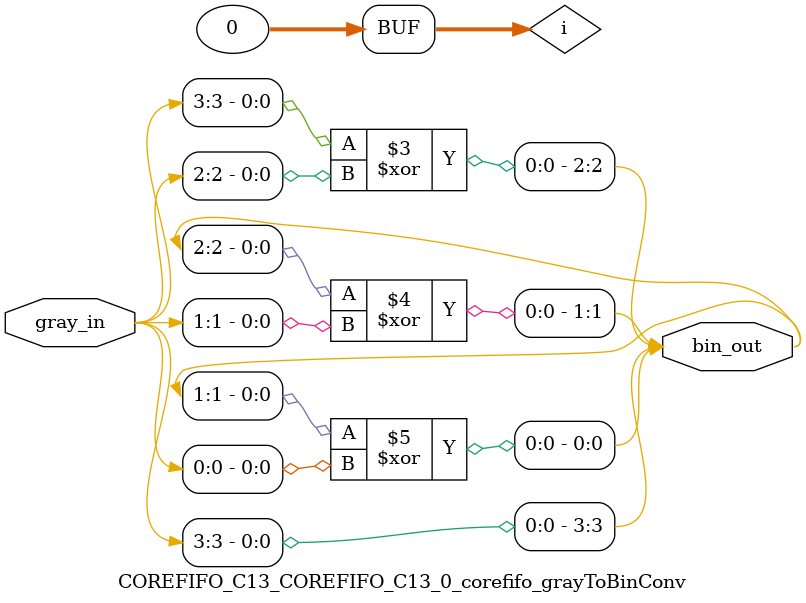
<source format=v>

`timescale 1ns / 100ps

module COREFIFO_C13_COREFIFO_C13_0_corefifo_grayToBinConv(
                                         gray_in,
                                         bin_out
                                        );

   // --------------------------------------------------------------------------
   // Parameter Declaration
   // --------------------------------------------------------------------------
   parameter ADDRWIDTH  = 3;
  // parameter SYNC_RESET = 0;   

   // --------------------------------------------------------------------------
   // I/O Declaration
   // --------------------------------------------------------------------------

   //--------
   // Inputs
   //--------
   input [ADDRWIDTH:0]    gray_in;

   //---------
   // Outputs
   //---------
   output [ADDRWIDTH:0] bin_out;

   // --------------------------------------------------------------------------
   // Internal signals
   // --------------------------------------------------------------------------
   reg [ADDRWIDTH:0]      bin_out;   
   integer                i;
   

   // --------------------------------------------------------------------------
   //                               Start - of - Code
   // --------------------------------------------------------------------------


   // --------------------------------------------------------------------------
   // Logic to Convert the Gray code to Binary
   // --------------------------------------------------------------------------
   always @(*) begin

      bin_out[ADDRWIDTH]  = gray_in[ADDRWIDTH];      

      for(i=ADDRWIDTH;i>0;i = i-1) begin
         bin_out[i-1]     = (bin_out[i] ^ gray_in[i-1]);
      end

   end

endmodule // corefifo_grayToBinConv

// --------------------------------------------------------------------------
//                             End - of - Code
// --------------------------------------------------------------------------

</source>
